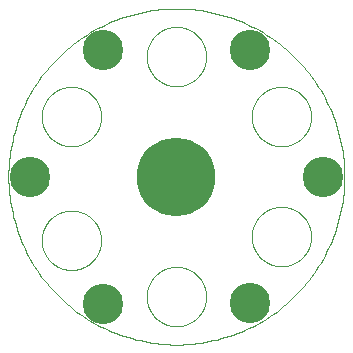
<source format=gbs>
G75*
%MOIN*%
%OFA0B0*%
%FSLAX25Y25*%
%IPPOS*%
%LPD*%
%AMOC8*
5,1,8,0,0,1.08239X$1,22.5*
%
%ADD10C,0.00010*%
%ADD11C,0.00016*%
%ADD12C,0.13461*%
%ADD13C,0.26200*%
%ADD14C,0.03775*%
D10*
X0044866Y0046528D02*
X0044869Y0046771D01*
X0044878Y0047014D01*
X0044893Y0047256D01*
X0044914Y0047498D01*
X0044940Y0047740D01*
X0044973Y0047981D01*
X0045012Y0048221D01*
X0045056Y0048459D01*
X0045107Y0048697D01*
X0045163Y0048934D01*
X0045225Y0049168D01*
X0045292Y0049402D01*
X0045366Y0049633D01*
X0045445Y0049863D01*
X0045529Y0050091D01*
X0045620Y0050317D01*
X0045715Y0050540D01*
X0045817Y0050761D01*
X0045923Y0050979D01*
X0046035Y0051195D01*
X0046152Y0051408D01*
X0046274Y0051618D01*
X0046402Y0051824D01*
X0046534Y0052028D01*
X0046672Y0052229D01*
X0046814Y0052425D01*
X0046961Y0052619D01*
X0047113Y0052808D01*
X0047270Y0052994D01*
X0047431Y0053176D01*
X0047596Y0053354D01*
X0047766Y0053528D01*
X0047940Y0053698D01*
X0048118Y0053863D01*
X0048300Y0054024D01*
X0048486Y0054181D01*
X0048675Y0054333D01*
X0048869Y0054480D01*
X0049065Y0054622D01*
X0049266Y0054760D01*
X0049470Y0054892D01*
X0049676Y0055020D01*
X0049886Y0055142D01*
X0050099Y0055259D01*
X0050315Y0055371D01*
X0050533Y0055477D01*
X0050754Y0055579D01*
X0050977Y0055674D01*
X0051203Y0055765D01*
X0051431Y0055849D01*
X0051661Y0055928D01*
X0051892Y0056002D01*
X0052126Y0056069D01*
X0052360Y0056131D01*
X0052597Y0056187D01*
X0052835Y0056238D01*
X0053073Y0056282D01*
X0053313Y0056321D01*
X0053554Y0056354D01*
X0053796Y0056380D01*
X0054038Y0056401D01*
X0054280Y0056416D01*
X0054523Y0056425D01*
X0054766Y0056428D01*
X0055009Y0056425D01*
X0055252Y0056416D01*
X0055494Y0056401D01*
X0055736Y0056380D01*
X0055978Y0056354D01*
X0056219Y0056321D01*
X0056459Y0056282D01*
X0056697Y0056238D01*
X0056935Y0056187D01*
X0057172Y0056131D01*
X0057406Y0056069D01*
X0057640Y0056002D01*
X0057871Y0055928D01*
X0058101Y0055849D01*
X0058329Y0055765D01*
X0058555Y0055674D01*
X0058778Y0055579D01*
X0058999Y0055477D01*
X0059217Y0055371D01*
X0059433Y0055259D01*
X0059646Y0055142D01*
X0059856Y0055020D01*
X0060062Y0054892D01*
X0060266Y0054760D01*
X0060467Y0054622D01*
X0060663Y0054480D01*
X0060857Y0054333D01*
X0061046Y0054181D01*
X0061232Y0054024D01*
X0061414Y0053863D01*
X0061592Y0053698D01*
X0061766Y0053528D01*
X0061936Y0053354D01*
X0062101Y0053176D01*
X0062262Y0052994D01*
X0062419Y0052808D01*
X0062571Y0052619D01*
X0062718Y0052425D01*
X0062860Y0052229D01*
X0062998Y0052028D01*
X0063130Y0051824D01*
X0063258Y0051618D01*
X0063380Y0051408D01*
X0063497Y0051195D01*
X0063609Y0050979D01*
X0063715Y0050761D01*
X0063817Y0050540D01*
X0063912Y0050317D01*
X0064003Y0050091D01*
X0064087Y0049863D01*
X0064166Y0049633D01*
X0064240Y0049402D01*
X0064307Y0049168D01*
X0064369Y0048934D01*
X0064425Y0048697D01*
X0064476Y0048459D01*
X0064520Y0048221D01*
X0064559Y0047981D01*
X0064592Y0047740D01*
X0064618Y0047498D01*
X0064639Y0047256D01*
X0064654Y0047014D01*
X0064663Y0046771D01*
X0064666Y0046528D01*
X0064663Y0046285D01*
X0064654Y0046042D01*
X0064639Y0045800D01*
X0064618Y0045558D01*
X0064592Y0045316D01*
X0064559Y0045075D01*
X0064520Y0044835D01*
X0064476Y0044597D01*
X0064425Y0044359D01*
X0064369Y0044122D01*
X0064307Y0043888D01*
X0064240Y0043654D01*
X0064166Y0043423D01*
X0064087Y0043193D01*
X0064003Y0042965D01*
X0063912Y0042739D01*
X0063817Y0042516D01*
X0063715Y0042295D01*
X0063609Y0042077D01*
X0063497Y0041861D01*
X0063380Y0041648D01*
X0063258Y0041438D01*
X0063130Y0041232D01*
X0062998Y0041028D01*
X0062860Y0040827D01*
X0062718Y0040631D01*
X0062571Y0040437D01*
X0062419Y0040248D01*
X0062262Y0040062D01*
X0062101Y0039880D01*
X0061936Y0039702D01*
X0061766Y0039528D01*
X0061592Y0039358D01*
X0061414Y0039193D01*
X0061232Y0039032D01*
X0061046Y0038875D01*
X0060857Y0038723D01*
X0060663Y0038576D01*
X0060467Y0038434D01*
X0060266Y0038296D01*
X0060062Y0038164D01*
X0059856Y0038036D01*
X0059646Y0037914D01*
X0059433Y0037797D01*
X0059217Y0037685D01*
X0058999Y0037579D01*
X0058778Y0037477D01*
X0058555Y0037382D01*
X0058329Y0037291D01*
X0058101Y0037207D01*
X0057871Y0037128D01*
X0057640Y0037054D01*
X0057406Y0036987D01*
X0057172Y0036925D01*
X0056935Y0036869D01*
X0056697Y0036818D01*
X0056459Y0036774D01*
X0056219Y0036735D01*
X0055978Y0036702D01*
X0055736Y0036676D01*
X0055494Y0036655D01*
X0055252Y0036640D01*
X0055009Y0036631D01*
X0054766Y0036628D01*
X0054523Y0036631D01*
X0054280Y0036640D01*
X0054038Y0036655D01*
X0053796Y0036676D01*
X0053554Y0036702D01*
X0053313Y0036735D01*
X0053073Y0036774D01*
X0052835Y0036818D01*
X0052597Y0036869D01*
X0052360Y0036925D01*
X0052126Y0036987D01*
X0051892Y0037054D01*
X0051661Y0037128D01*
X0051431Y0037207D01*
X0051203Y0037291D01*
X0050977Y0037382D01*
X0050754Y0037477D01*
X0050533Y0037579D01*
X0050315Y0037685D01*
X0050099Y0037797D01*
X0049886Y0037914D01*
X0049676Y0038036D01*
X0049470Y0038164D01*
X0049266Y0038296D01*
X0049065Y0038434D01*
X0048869Y0038576D01*
X0048675Y0038723D01*
X0048486Y0038875D01*
X0048300Y0039032D01*
X0048118Y0039193D01*
X0047940Y0039358D01*
X0047766Y0039528D01*
X0047596Y0039702D01*
X0047431Y0039880D01*
X0047270Y0040062D01*
X0047113Y0040248D01*
X0046961Y0040437D01*
X0046814Y0040631D01*
X0046672Y0040827D01*
X0046534Y0041028D01*
X0046402Y0041232D01*
X0046274Y0041438D01*
X0046152Y0041648D01*
X0046035Y0041861D01*
X0045923Y0042077D01*
X0045817Y0042295D01*
X0045715Y0042516D01*
X0045620Y0042739D01*
X0045529Y0042965D01*
X0045445Y0043193D01*
X0045366Y0043423D01*
X0045292Y0043654D01*
X0045225Y0043888D01*
X0045163Y0044122D01*
X0045107Y0044359D01*
X0045056Y0044597D01*
X0045012Y0044835D01*
X0044973Y0045075D01*
X0044940Y0045316D01*
X0044914Y0045558D01*
X0044893Y0045800D01*
X0044878Y0046042D01*
X0044869Y0046285D01*
X0044866Y0046528D01*
X0079866Y0027778D02*
X0079869Y0028021D01*
X0079878Y0028264D01*
X0079893Y0028506D01*
X0079914Y0028748D01*
X0079940Y0028990D01*
X0079973Y0029231D01*
X0080012Y0029471D01*
X0080056Y0029709D01*
X0080107Y0029947D01*
X0080163Y0030184D01*
X0080225Y0030418D01*
X0080292Y0030652D01*
X0080366Y0030883D01*
X0080445Y0031113D01*
X0080529Y0031341D01*
X0080620Y0031567D01*
X0080715Y0031790D01*
X0080817Y0032011D01*
X0080923Y0032229D01*
X0081035Y0032445D01*
X0081152Y0032658D01*
X0081274Y0032868D01*
X0081402Y0033074D01*
X0081534Y0033278D01*
X0081672Y0033479D01*
X0081814Y0033675D01*
X0081961Y0033869D01*
X0082113Y0034058D01*
X0082270Y0034244D01*
X0082431Y0034426D01*
X0082596Y0034604D01*
X0082766Y0034778D01*
X0082940Y0034948D01*
X0083118Y0035113D01*
X0083300Y0035274D01*
X0083486Y0035431D01*
X0083675Y0035583D01*
X0083869Y0035730D01*
X0084065Y0035872D01*
X0084266Y0036010D01*
X0084470Y0036142D01*
X0084676Y0036270D01*
X0084886Y0036392D01*
X0085099Y0036509D01*
X0085315Y0036621D01*
X0085533Y0036727D01*
X0085754Y0036829D01*
X0085977Y0036924D01*
X0086203Y0037015D01*
X0086431Y0037099D01*
X0086661Y0037178D01*
X0086892Y0037252D01*
X0087126Y0037319D01*
X0087360Y0037381D01*
X0087597Y0037437D01*
X0087835Y0037488D01*
X0088073Y0037532D01*
X0088313Y0037571D01*
X0088554Y0037604D01*
X0088796Y0037630D01*
X0089038Y0037651D01*
X0089280Y0037666D01*
X0089523Y0037675D01*
X0089766Y0037678D01*
X0090009Y0037675D01*
X0090252Y0037666D01*
X0090494Y0037651D01*
X0090736Y0037630D01*
X0090978Y0037604D01*
X0091219Y0037571D01*
X0091459Y0037532D01*
X0091697Y0037488D01*
X0091935Y0037437D01*
X0092172Y0037381D01*
X0092406Y0037319D01*
X0092640Y0037252D01*
X0092871Y0037178D01*
X0093101Y0037099D01*
X0093329Y0037015D01*
X0093555Y0036924D01*
X0093778Y0036829D01*
X0093999Y0036727D01*
X0094217Y0036621D01*
X0094433Y0036509D01*
X0094646Y0036392D01*
X0094856Y0036270D01*
X0095062Y0036142D01*
X0095266Y0036010D01*
X0095467Y0035872D01*
X0095663Y0035730D01*
X0095857Y0035583D01*
X0096046Y0035431D01*
X0096232Y0035274D01*
X0096414Y0035113D01*
X0096592Y0034948D01*
X0096766Y0034778D01*
X0096936Y0034604D01*
X0097101Y0034426D01*
X0097262Y0034244D01*
X0097419Y0034058D01*
X0097571Y0033869D01*
X0097718Y0033675D01*
X0097860Y0033479D01*
X0097998Y0033278D01*
X0098130Y0033074D01*
X0098258Y0032868D01*
X0098380Y0032658D01*
X0098497Y0032445D01*
X0098609Y0032229D01*
X0098715Y0032011D01*
X0098817Y0031790D01*
X0098912Y0031567D01*
X0099003Y0031341D01*
X0099087Y0031113D01*
X0099166Y0030883D01*
X0099240Y0030652D01*
X0099307Y0030418D01*
X0099369Y0030184D01*
X0099425Y0029947D01*
X0099476Y0029709D01*
X0099520Y0029471D01*
X0099559Y0029231D01*
X0099592Y0028990D01*
X0099618Y0028748D01*
X0099639Y0028506D01*
X0099654Y0028264D01*
X0099663Y0028021D01*
X0099666Y0027778D01*
X0099663Y0027535D01*
X0099654Y0027292D01*
X0099639Y0027050D01*
X0099618Y0026808D01*
X0099592Y0026566D01*
X0099559Y0026325D01*
X0099520Y0026085D01*
X0099476Y0025847D01*
X0099425Y0025609D01*
X0099369Y0025372D01*
X0099307Y0025138D01*
X0099240Y0024904D01*
X0099166Y0024673D01*
X0099087Y0024443D01*
X0099003Y0024215D01*
X0098912Y0023989D01*
X0098817Y0023766D01*
X0098715Y0023545D01*
X0098609Y0023327D01*
X0098497Y0023111D01*
X0098380Y0022898D01*
X0098258Y0022688D01*
X0098130Y0022482D01*
X0097998Y0022278D01*
X0097860Y0022077D01*
X0097718Y0021881D01*
X0097571Y0021687D01*
X0097419Y0021498D01*
X0097262Y0021312D01*
X0097101Y0021130D01*
X0096936Y0020952D01*
X0096766Y0020778D01*
X0096592Y0020608D01*
X0096414Y0020443D01*
X0096232Y0020282D01*
X0096046Y0020125D01*
X0095857Y0019973D01*
X0095663Y0019826D01*
X0095467Y0019684D01*
X0095266Y0019546D01*
X0095062Y0019414D01*
X0094856Y0019286D01*
X0094646Y0019164D01*
X0094433Y0019047D01*
X0094217Y0018935D01*
X0093999Y0018829D01*
X0093778Y0018727D01*
X0093555Y0018632D01*
X0093329Y0018541D01*
X0093101Y0018457D01*
X0092871Y0018378D01*
X0092640Y0018304D01*
X0092406Y0018237D01*
X0092172Y0018175D01*
X0091935Y0018119D01*
X0091697Y0018068D01*
X0091459Y0018024D01*
X0091219Y0017985D01*
X0090978Y0017952D01*
X0090736Y0017926D01*
X0090494Y0017905D01*
X0090252Y0017890D01*
X0090009Y0017881D01*
X0089766Y0017878D01*
X0089523Y0017881D01*
X0089280Y0017890D01*
X0089038Y0017905D01*
X0088796Y0017926D01*
X0088554Y0017952D01*
X0088313Y0017985D01*
X0088073Y0018024D01*
X0087835Y0018068D01*
X0087597Y0018119D01*
X0087360Y0018175D01*
X0087126Y0018237D01*
X0086892Y0018304D01*
X0086661Y0018378D01*
X0086431Y0018457D01*
X0086203Y0018541D01*
X0085977Y0018632D01*
X0085754Y0018727D01*
X0085533Y0018829D01*
X0085315Y0018935D01*
X0085099Y0019047D01*
X0084886Y0019164D01*
X0084676Y0019286D01*
X0084470Y0019414D01*
X0084266Y0019546D01*
X0084065Y0019684D01*
X0083869Y0019826D01*
X0083675Y0019973D01*
X0083486Y0020125D01*
X0083300Y0020282D01*
X0083118Y0020443D01*
X0082940Y0020608D01*
X0082766Y0020778D01*
X0082596Y0020952D01*
X0082431Y0021130D01*
X0082270Y0021312D01*
X0082113Y0021498D01*
X0081961Y0021687D01*
X0081814Y0021881D01*
X0081672Y0022077D01*
X0081534Y0022278D01*
X0081402Y0022482D01*
X0081274Y0022688D01*
X0081152Y0022898D01*
X0081035Y0023111D01*
X0080923Y0023327D01*
X0080817Y0023545D01*
X0080715Y0023766D01*
X0080620Y0023989D01*
X0080529Y0024215D01*
X0080445Y0024443D01*
X0080366Y0024673D01*
X0080292Y0024904D01*
X0080225Y0025138D01*
X0080163Y0025372D01*
X0080107Y0025609D01*
X0080056Y0025847D01*
X0080012Y0026085D01*
X0079973Y0026325D01*
X0079940Y0026566D01*
X0079914Y0026808D01*
X0079893Y0027050D01*
X0079878Y0027292D01*
X0079869Y0027535D01*
X0079866Y0027778D01*
X0114866Y0047778D02*
X0114869Y0048021D01*
X0114878Y0048264D01*
X0114893Y0048506D01*
X0114914Y0048748D01*
X0114940Y0048990D01*
X0114973Y0049231D01*
X0115012Y0049471D01*
X0115056Y0049709D01*
X0115107Y0049947D01*
X0115163Y0050184D01*
X0115225Y0050418D01*
X0115292Y0050652D01*
X0115366Y0050883D01*
X0115445Y0051113D01*
X0115529Y0051341D01*
X0115620Y0051567D01*
X0115715Y0051790D01*
X0115817Y0052011D01*
X0115923Y0052229D01*
X0116035Y0052445D01*
X0116152Y0052658D01*
X0116274Y0052868D01*
X0116402Y0053074D01*
X0116534Y0053278D01*
X0116672Y0053479D01*
X0116814Y0053675D01*
X0116961Y0053869D01*
X0117113Y0054058D01*
X0117270Y0054244D01*
X0117431Y0054426D01*
X0117596Y0054604D01*
X0117766Y0054778D01*
X0117940Y0054948D01*
X0118118Y0055113D01*
X0118300Y0055274D01*
X0118486Y0055431D01*
X0118675Y0055583D01*
X0118869Y0055730D01*
X0119065Y0055872D01*
X0119266Y0056010D01*
X0119470Y0056142D01*
X0119676Y0056270D01*
X0119886Y0056392D01*
X0120099Y0056509D01*
X0120315Y0056621D01*
X0120533Y0056727D01*
X0120754Y0056829D01*
X0120977Y0056924D01*
X0121203Y0057015D01*
X0121431Y0057099D01*
X0121661Y0057178D01*
X0121892Y0057252D01*
X0122126Y0057319D01*
X0122360Y0057381D01*
X0122597Y0057437D01*
X0122835Y0057488D01*
X0123073Y0057532D01*
X0123313Y0057571D01*
X0123554Y0057604D01*
X0123796Y0057630D01*
X0124038Y0057651D01*
X0124280Y0057666D01*
X0124523Y0057675D01*
X0124766Y0057678D01*
X0125009Y0057675D01*
X0125252Y0057666D01*
X0125494Y0057651D01*
X0125736Y0057630D01*
X0125978Y0057604D01*
X0126219Y0057571D01*
X0126459Y0057532D01*
X0126697Y0057488D01*
X0126935Y0057437D01*
X0127172Y0057381D01*
X0127406Y0057319D01*
X0127640Y0057252D01*
X0127871Y0057178D01*
X0128101Y0057099D01*
X0128329Y0057015D01*
X0128555Y0056924D01*
X0128778Y0056829D01*
X0128999Y0056727D01*
X0129217Y0056621D01*
X0129433Y0056509D01*
X0129646Y0056392D01*
X0129856Y0056270D01*
X0130062Y0056142D01*
X0130266Y0056010D01*
X0130467Y0055872D01*
X0130663Y0055730D01*
X0130857Y0055583D01*
X0131046Y0055431D01*
X0131232Y0055274D01*
X0131414Y0055113D01*
X0131592Y0054948D01*
X0131766Y0054778D01*
X0131936Y0054604D01*
X0132101Y0054426D01*
X0132262Y0054244D01*
X0132419Y0054058D01*
X0132571Y0053869D01*
X0132718Y0053675D01*
X0132860Y0053479D01*
X0132998Y0053278D01*
X0133130Y0053074D01*
X0133258Y0052868D01*
X0133380Y0052658D01*
X0133497Y0052445D01*
X0133609Y0052229D01*
X0133715Y0052011D01*
X0133817Y0051790D01*
X0133912Y0051567D01*
X0134003Y0051341D01*
X0134087Y0051113D01*
X0134166Y0050883D01*
X0134240Y0050652D01*
X0134307Y0050418D01*
X0134369Y0050184D01*
X0134425Y0049947D01*
X0134476Y0049709D01*
X0134520Y0049471D01*
X0134559Y0049231D01*
X0134592Y0048990D01*
X0134618Y0048748D01*
X0134639Y0048506D01*
X0134654Y0048264D01*
X0134663Y0048021D01*
X0134666Y0047778D01*
X0134663Y0047535D01*
X0134654Y0047292D01*
X0134639Y0047050D01*
X0134618Y0046808D01*
X0134592Y0046566D01*
X0134559Y0046325D01*
X0134520Y0046085D01*
X0134476Y0045847D01*
X0134425Y0045609D01*
X0134369Y0045372D01*
X0134307Y0045138D01*
X0134240Y0044904D01*
X0134166Y0044673D01*
X0134087Y0044443D01*
X0134003Y0044215D01*
X0133912Y0043989D01*
X0133817Y0043766D01*
X0133715Y0043545D01*
X0133609Y0043327D01*
X0133497Y0043111D01*
X0133380Y0042898D01*
X0133258Y0042688D01*
X0133130Y0042482D01*
X0132998Y0042278D01*
X0132860Y0042077D01*
X0132718Y0041881D01*
X0132571Y0041687D01*
X0132419Y0041498D01*
X0132262Y0041312D01*
X0132101Y0041130D01*
X0131936Y0040952D01*
X0131766Y0040778D01*
X0131592Y0040608D01*
X0131414Y0040443D01*
X0131232Y0040282D01*
X0131046Y0040125D01*
X0130857Y0039973D01*
X0130663Y0039826D01*
X0130467Y0039684D01*
X0130266Y0039546D01*
X0130062Y0039414D01*
X0129856Y0039286D01*
X0129646Y0039164D01*
X0129433Y0039047D01*
X0129217Y0038935D01*
X0128999Y0038829D01*
X0128778Y0038727D01*
X0128555Y0038632D01*
X0128329Y0038541D01*
X0128101Y0038457D01*
X0127871Y0038378D01*
X0127640Y0038304D01*
X0127406Y0038237D01*
X0127172Y0038175D01*
X0126935Y0038119D01*
X0126697Y0038068D01*
X0126459Y0038024D01*
X0126219Y0037985D01*
X0125978Y0037952D01*
X0125736Y0037926D01*
X0125494Y0037905D01*
X0125252Y0037890D01*
X0125009Y0037881D01*
X0124766Y0037878D01*
X0124523Y0037881D01*
X0124280Y0037890D01*
X0124038Y0037905D01*
X0123796Y0037926D01*
X0123554Y0037952D01*
X0123313Y0037985D01*
X0123073Y0038024D01*
X0122835Y0038068D01*
X0122597Y0038119D01*
X0122360Y0038175D01*
X0122126Y0038237D01*
X0121892Y0038304D01*
X0121661Y0038378D01*
X0121431Y0038457D01*
X0121203Y0038541D01*
X0120977Y0038632D01*
X0120754Y0038727D01*
X0120533Y0038829D01*
X0120315Y0038935D01*
X0120099Y0039047D01*
X0119886Y0039164D01*
X0119676Y0039286D01*
X0119470Y0039414D01*
X0119266Y0039546D01*
X0119065Y0039684D01*
X0118869Y0039826D01*
X0118675Y0039973D01*
X0118486Y0040125D01*
X0118300Y0040282D01*
X0118118Y0040443D01*
X0117940Y0040608D01*
X0117766Y0040778D01*
X0117596Y0040952D01*
X0117431Y0041130D01*
X0117270Y0041312D01*
X0117113Y0041498D01*
X0116961Y0041687D01*
X0116814Y0041881D01*
X0116672Y0042077D01*
X0116534Y0042278D01*
X0116402Y0042482D01*
X0116274Y0042688D01*
X0116152Y0042898D01*
X0116035Y0043111D01*
X0115923Y0043327D01*
X0115817Y0043545D01*
X0115715Y0043766D01*
X0115620Y0043989D01*
X0115529Y0044215D01*
X0115445Y0044443D01*
X0115366Y0044673D01*
X0115292Y0044904D01*
X0115225Y0045138D01*
X0115163Y0045372D01*
X0115107Y0045609D01*
X0115056Y0045847D01*
X0115012Y0046085D01*
X0114973Y0046325D01*
X0114940Y0046566D01*
X0114914Y0046808D01*
X0114893Y0047050D01*
X0114878Y0047292D01*
X0114869Y0047535D01*
X0114866Y0047778D01*
X0114866Y0087778D02*
X0114869Y0088021D01*
X0114878Y0088264D01*
X0114893Y0088506D01*
X0114914Y0088748D01*
X0114940Y0088990D01*
X0114973Y0089231D01*
X0115012Y0089471D01*
X0115056Y0089709D01*
X0115107Y0089947D01*
X0115163Y0090184D01*
X0115225Y0090418D01*
X0115292Y0090652D01*
X0115366Y0090883D01*
X0115445Y0091113D01*
X0115529Y0091341D01*
X0115620Y0091567D01*
X0115715Y0091790D01*
X0115817Y0092011D01*
X0115923Y0092229D01*
X0116035Y0092445D01*
X0116152Y0092658D01*
X0116274Y0092868D01*
X0116402Y0093074D01*
X0116534Y0093278D01*
X0116672Y0093479D01*
X0116814Y0093675D01*
X0116961Y0093869D01*
X0117113Y0094058D01*
X0117270Y0094244D01*
X0117431Y0094426D01*
X0117596Y0094604D01*
X0117766Y0094778D01*
X0117940Y0094948D01*
X0118118Y0095113D01*
X0118300Y0095274D01*
X0118486Y0095431D01*
X0118675Y0095583D01*
X0118869Y0095730D01*
X0119065Y0095872D01*
X0119266Y0096010D01*
X0119470Y0096142D01*
X0119676Y0096270D01*
X0119886Y0096392D01*
X0120099Y0096509D01*
X0120315Y0096621D01*
X0120533Y0096727D01*
X0120754Y0096829D01*
X0120977Y0096924D01*
X0121203Y0097015D01*
X0121431Y0097099D01*
X0121661Y0097178D01*
X0121892Y0097252D01*
X0122126Y0097319D01*
X0122360Y0097381D01*
X0122597Y0097437D01*
X0122835Y0097488D01*
X0123073Y0097532D01*
X0123313Y0097571D01*
X0123554Y0097604D01*
X0123796Y0097630D01*
X0124038Y0097651D01*
X0124280Y0097666D01*
X0124523Y0097675D01*
X0124766Y0097678D01*
X0125009Y0097675D01*
X0125252Y0097666D01*
X0125494Y0097651D01*
X0125736Y0097630D01*
X0125978Y0097604D01*
X0126219Y0097571D01*
X0126459Y0097532D01*
X0126697Y0097488D01*
X0126935Y0097437D01*
X0127172Y0097381D01*
X0127406Y0097319D01*
X0127640Y0097252D01*
X0127871Y0097178D01*
X0128101Y0097099D01*
X0128329Y0097015D01*
X0128555Y0096924D01*
X0128778Y0096829D01*
X0128999Y0096727D01*
X0129217Y0096621D01*
X0129433Y0096509D01*
X0129646Y0096392D01*
X0129856Y0096270D01*
X0130062Y0096142D01*
X0130266Y0096010D01*
X0130467Y0095872D01*
X0130663Y0095730D01*
X0130857Y0095583D01*
X0131046Y0095431D01*
X0131232Y0095274D01*
X0131414Y0095113D01*
X0131592Y0094948D01*
X0131766Y0094778D01*
X0131936Y0094604D01*
X0132101Y0094426D01*
X0132262Y0094244D01*
X0132419Y0094058D01*
X0132571Y0093869D01*
X0132718Y0093675D01*
X0132860Y0093479D01*
X0132998Y0093278D01*
X0133130Y0093074D01*
X0133258Y0092868D01*
X0133380Y0092658D01*
X0133497Y0092445D01*
X0133609Y0092229D01*
X0133715Y0092011D01*
X0133817Y0091790D01*
X0133912Y0091567D01*
X0134003Y0091341D01*
X0134087Y0091113D01*
X0134166Y0090883D01*
X0134240Y0090652D01*
X0134307Y0090418D01*
X0134369Y0090184D01*
X0134425Y0089947D01*
X0134476Y0089709D01*
X0134520Y0089471D01*
X0134559Y0089231D01*
X0134592Y0088990D01*
X0134618Y0088748D01*
X0134639Y0088506D01*
X0134654Y0088264D01*
X0134663Y0088021D01*
X0134666Y0087778D01*
X0134663Y0087535D01*
X0134654Y0087292D01*
X0134639Y0087050D01*
X0134618Y0086808D01*
X0134592Y0086566D01*
X0134559Y0086325D01*
X0134520Y0086085D01*
X0134476Y0085847D01*
X0134425Y0085609D01*
X0134369Y0085372D01*
X0134307Y0085138D01*
X0134240Y0084904D01*
X0134166Y0084673D01*
X0134087Y0084443D01*
X0134003Y0084215D01*
X0133912Y0083989D01*
X0133817Y0083766D01*
X0133715Y0083545D01*
X0133609Y0083327D01*
X0133497Y0083111D01*
X0133380Y0082898D01*
X0133258Y0082688D01*
X0133130Y0082482D01*
X0132998Y0082278D01*
X0132860Y0082077D01*
X0132718Y0081881D01*
X0132571Y0081687D01*
X0132419Y0081498D01*
X0132262Y0081312D01*
X0132101Y0081130D01*
X0131936Y0080952D01*
X0131766Y0080778D01*
X0131592Y0080608D01*
X0131414Y0080443D01*
X0131232Y0080282D01*
X0131046Y0080125D01*
X0130857Y0079973D01*
X0130663Y0079826D01*
X0130467Y0079684D01*
X0130266Y0079546D01*
X0130062Y0079414D01*
X0129856Y0079286D01*
X0129646Y0079164D01*
X0129433Y0079047D01*
X0129217Y0078935D01*
X0128999Y0078829D01*
X0128778Y0078727D01*
X0128555Y0078632D01*
X0128329Y0078541D01*
X0128101Y0078457D01*
X0127871Y0078378D01*
X0127640Y0078304D01*
X0127406Y0078237D01*
X0127172Y0078175D01*
X0126935Y0078119D01*
X0126697Y0078068D01*
X0126459Y0078024D01*
X0126219Y0077985D01*
X0125978Y0077952D01*
X0125736Y0077926D01*
X0125494Y0077905D01*
X0125252Y0077890D01*
X0125009Y0077881D01*
X0124766Y0077878D01*
X0124523Y0077881D01*
X0124280Y0077890D01*
X0124038Y0077905D01*
X0123796Y0077926D01*
X0123554Y0077952D01*
X0123313Y0077985D01*
X0123073Y0078024D01*
X0122835Y0078068D01*
X0122597Y0078119D01*
X0122360Y0078175D01*
X0122126Y0078237D01*
X0121892Y0078304D01*
X0121661Y0078378D01*
X0121431Y0078457D01*
X0121203Y0078541D01*
X0120977Y0078632D01*
X0120754Y0078727D01*
X0120533Y0078829D01*
X0120315Y0078935D01*
X0120099Y0079047D01*
X0119886Y0079164D01*
X0119676Y0079286D01*
X0119470Y0079414D01*
X0119266Y0079546D01*
X0119065Y0079684D01*
X0118869Y0079826D01*
X0118675Y0079973D01*
X0118486Y0080125D01*
X0118300Y0080282D01*
X0118118Y0080443D01*
X0117940Y0080608D01*
X0117766Y0080778D01*
X0117596Y0080952D01*
X0117431Y0081130D01*
X0117270Y0081312D01*
X0117113Y0081498D01*
X0116961Y0081687D01*
X0116814Y0081881D01*
X0116672Y0082077D01*
X0116534Y0082278D01*
X0116402Y0082482D01*
X0116274Y0082688D01*
X0116152Y0082898D01*
X0116035Y0083111D01*
X0115923Y0083327D01*
X0115817Y0083545D01*
X0115715Y0083766D01*
X0115620Y0083989D01*
X0115529Y0084215D01*
X0115445Y0084443D01*
X0115366Y0084673D01*
X0115292Y0084904D01*
X0115225Y0085138D01*
X0115163Y0085372D01*
X0115107Y0085609D01*
X0115056Y0085847D01*
X0115012Y0086085D01*
X0114973Y0086325D01*
X0114940Y0086566D01*
X0114914Y0086808D01*
X0114893Y0087050D01*
X0114878Y0087292D01*
X0114869Y0087535D01*
X0114866Y0087778D01*
X0079866Y0107778D02*
X0079869Y0108021D01*
X0079878Y0108264D01*
X0079893Y0108506D01*
X0079914Y0108748D01*
X0079940Y0108990D01*
X0079973Y0109231D01*
X0080012Y0109471D01*
X0080056Y0109709D01*
X0080107Y0109947D01*
X0080163Y0110184D01*
X0080225Y0110418D01*
X0080292Y0110652D01*
X0080366Y0110883D01*
X0080445Y0111113D01*
X0080529Y0111341D01*
X0080620Y0111567D01*
X0080715Y0111790D01*
X0080817Y0112011D01*
X0080923Y0112229D01*
X0081035Y0112445D01*
X0081152Y0112658D01*
X0081274Y0112868D01*
X0081402Y0113074D01*
X0081534Y0113278D01*
X0081672Y0113479D01*
X0081814Y0113675D01*
X0081961Y0113869D01*
X0082113Y0114058D01*
X0082270Y0114244D01*
X0082431Y0114426D01*
X0082596Y0114604D01*
X0082766Y0114778D01*
X0082940Y0114948D01*
X0083118Y0115113D01*
X0083300Y0115274D01*
X0083486Y0115431D01*
X0083675Y0115583D01*
X0083869Y0115730D01*
X0084065Y0115872D01*
X0084266Y0116010D01*
X0084470Y0116142D01*
X0084676Y0116270D01*
X0084886Y0116392D01*
X0085099Y0116509D01*
X0085315Y0116621D01*
X0085533Y0116727D01*
X0085754Y0116829D01*
X0085977Y0116924D01*
X0086203Y0117015D01*
X0086431Y0117099D01*
X0086661Y0117178D01*
X0086892Y0117252D01*
X0087126Y0117319D01*
X0087360Y0117381D01*
X0087597Y0117437D01*
X0087835Y0117488D01*
X0088073Y0117532D01*
X0088313Y0117571D01*
X0088554Y0117604D01*
X0088796Y0117630D01*
X0089038Y0117651D01*
X0089280Y0117666D01*
X0089523Y0117675D01*
X0089766Y0117678D01*
X0090009Y0117675D01*
X0090252Y0117666D01*
X0090494Y0117651D01*
X0090736Y0117630D01*
X0090978Y0117604D01*
X0091219Y0117571D01*
X0091459Y0117532D01*
X0091697Y0117488D01*
X0091935Y0117437D01*
X0092172Y0117381D01*
X0092406Y0117319D01*
X0092640Y0117252D01*
X0092871Y0117178D01*
X0093101Y0117099D01*
X0093329Y0117015D01*
X0093555Y0116924D01*
X0093778Y0116829D01*
X0093999Y0116727D01*
X0094217Y0116621D01*
X0094433Y0116509D01*
X0094646Y0116392D01*
X0094856Y0116270D01*
X0095062Y0116142D01*
X0095266Y0116010D01*
X0095467Y0115872D01*
X0095663Y0115730D01*
X0095857Y0115583D01*
X0096046Y0115431D01*
X0096232Y0115274D01*
X0096414Y0115113D01*
X0096592Y0114948D01*
X0096766Y0114778D01*
X0096936Y0114604D01*
X0097101Y0114426D01*
X0097262Y0114244D01*
X0097419Y0114058D01*
X0097571Y0113869D01*
X0097718Y0113675D01*
X0097860Y0113479D01*
X0097998Y0113278D01*
X0098130Y0113074D01*
X0098258Y0112868D01*
X0098380Y0112658D01*
X0098497Y0112445D01*
X0098609Y0112229D01*
X0098715Y0112011D01*
X0098817Y0111790D01*
X0098912Y0111567D01*
X0099003Y0111341D01*
X0099087Y0111113D01*
X0099166Y0110883D01*
X0099240Y0110652D01*
X0099307Y0110418D01*
X0099369Y0110184D01*
X0099425Y0109947D01*
X0099476Y0109709D01*
X0099520Y0109471D01*
X0099559Y0109231D01*
X0099592Y0108990D01*
X0099618Y0108748D01*
X0099639Y0108506D01*
X0099654Y0108264D01*
X0099663Y0108021D01*
X0099666Y0107778D01*
X0099663Y0107535D01*
X0099654Y0107292D01*
X0099639Y0107050D01*
X0099618Y0106808D01*
X0099592Y0106566D01*
X0099559Y0106325D01*
X0099520Y0106085D01*
X0099476Y0105847D01*
X0099425Y0105609D01*
X0099369Y0105372D01*
X0099307Y0105138D01*
X0099240Y0104904D01*
X0099166Y0104673D01*
X0099087Y0104443D01*
X0099003Y0104215D01*
X0098912Y0103989D01*
X0098817Y0103766D01*
X0098715Y0103545D01*
X0098609Y0103327D01*
X0098497Y0103111D01*
X0098380Y0102898D01*
X0098258Y0102688D01*
X0098130Y0102482D01*
X0097998Y0102278D01*
X0097860Y0102077D01*
X0097718Y0101881D01*
X0097571Y0101687D01*
X0097419Y0101498D01*
X0097262Y0101312D01*
X0097101Y0101130D01*
X0096936Y0100952D01*
X0096766Y0100778D01*
X0096592Y0100608D01*
X0096414Y0100443D01*
X0096232Y0100282D01*
X0096046Y0100125D01*
X0095857Y0099973D01*
X0095663Y0099826D01*
X0095467Y0099684D01*
X0095266Y0099546D01*
X0095062Y0099414D01*
X0094856Y0099286D01*
X0094646Y0099164D01*
X0094433Y0099047D01*
X0094217Y0098935D01*
X0093999Y0098829D01*
X0093778Y0098727D01*
X0093555Y0098632D01*
X0093329Y0098541D01*
X0093101Y0098457D01*
X0092871Y0098378D01*
X0092640Y0098304D01*
X0092406Y0098237D01*
X0092172Y0098175D01*
X0091935Y0098119D01*
X0091697Y0098068D01*
X0091459Y0098024D01*
X0091219Y0097985D01*
X0090978Y0097952D01*
X0090736Y0097926D01*
X0090494Y0097905D01*
X0090252Y0097890D01*
X0090009Y0097881D01*
X0089766Y0097878D01*
X0089523Y0097881D01*
X0089280Y0097890D01*
X0089038Y0097905D01*
X0088796Y0097926D01*
X0088554Y0097952D01*
X0088313Y0097985D01*
X0088073Y0098024D01*
X0087835Y0098068D01*
X0087597Y0098119D01*
X0087360Y0098175D01*
X0087126Y0098237D01*
X0086892Y0098304D01*
X0086661Y0098378D01*
X0086431Y0098457D01*
X0086203Y0098541D01*
X0085977Y0098632D01*
X0085754Y0098727D01*
X0085533Y0098829D01*
X0085315Y0098935D01*
X0085099Y0099047D01*
X0084886Y0099164D01*
X0084676Y0099286D01*
X0084470Y0099414D01*
X0084266Y0099546D01*
X0084065Y0099684D01*
X0083869Y0099826D01*
X0083675Y0099973D01*
X0083486Y0100125D01*
X0083300Y0100282D01*
X0083118Y0100443D01*
X0082940Y0100608D01*
X0082766Y0100778D01*
X0082596Y0100952D01*
X0082431Y0101130D01*
X0082270Y0101312D01*
X0082113Y0101498D01*
X0081961Y0101687D01*
X0081814Y0101881D01*
X0081672Y0102077D01*
X0081534Y0102278D01*
X0081402Y0102482D01*
X0081274Y0102688D01*
X0081152Y0102898D01*
X0081035Y0103111D01*
X0080923Y0103327D01*
X0080817Y0103545D01*
X0080715Y0103766D01*
X0080620Y0103989D01*
X0080529Y0104215D01*
X0080445Y0104443D01*
X0080366Y0104673D01*
X0080292Y0104904D01*
X0080225Y0105138D01*
X0080163Y0105372D01*
X0080107Y0105609D01*
X0080056Y0105847D01*
X0080012Y0106085D01*
X0079973Y0106325D01*
X0079940Y0106566D01*
X0079914Y0106808D01*
X0079893Y0107050D01*
X0079878Y0107292D01*
X0079869Y0107535D01*
X0079866Y0107778D01*
X0044866Y0087778D02*
X0044869Y0088021D01*
X0044878Y0088264D01*
X0044893Y0088506D01*
X0044914Y0088748D01*
X0044940Y0088990D01*
X0044973Y0089231D01*
X0045012Y0089471D01*
X0045056Y0089709D01*
X0045107Y0089947D01*
X0045163Y0090184D01*
X0045225Y0090418D01*
X0045292Y0090652D01*
X0045366Y0090883D01*
X0045445Y0091113D01*
X0045529Y0091341D01*
X0045620Y0091567D01*
X0045715Y0091790D01*
X0045817Y0092011D01*
X0045923Y0092229D01*
X0046035Y0092445D01*
X0046152Y0092658D01*
X0046274Y0092868D01*
X0046402Y0093074D01*
X0046534Y0093278D01*
X0046672Y0093479D01*
X0046814Y0093675D01*
X0046961Y0093869D01*
X0047113Y0094058D01*
X0047270Y0094244D01*
X0047431Y0094426D01*
X0047596Y0094604D01*
X0047766Y0094778D01*
X0047940Y0094948D01*
X0048118Y0095113D01*
X0048300Y0095274D01*
X0048486Y0095431D01*
X0048675Y0095583D01*
X0048869Y0095730D01*
X0049065Y0095872D01*
X0049266Y0096010D01*
X0049470Y0096142D01*
X0049676Y0096270D01*
X0049886Y0096392D01*
X0050099Y0096509D01*
X0050315Y0096621D01*
X0050533Y0096727D01*
X0050754Y0096829D01*
X0050977Y0096924D01*
X0051203Y0097015D01*
X0051431Y0097099D01*
X0051661Y0097178D01*
X0051892Y0097252D01*
X0052126Y0097319D01*
X0052360Y0097381D01*
X0052597Y0097437D01*
X0052835Y0097488D01*
X0053073Y0097532D01*
X0053313Y0097571D01*
X0053554Y0097604D01*
X0053796Y0097630D01*
X0054038Y0097651D01*
X0054280Y0097666D01*
X0054523Y0097675D01*
X0054766Y0097678D01*
X0055009Y0097675D01*
X0055252Y0097666D01*
X0055494Y0097651D01*
X0055736Y0097630D01*
X0055978Y0097604D01*
X0056219Y0097571D01*
X0056459Y0097532D01*
X0056697Y0097488D01*
X0056935Y0097437D01*
X0057172Y0097381D01*
X0057406Y0097319D01*
X0057640Y0097252D01*
X0057871Y0097178D01*
X0058101Y0097099D01*
X0058329Y0097015D01*
X0058555Y0096924D01*
X0058778Y0096829D01*
X0058999Y0096727D01*
X0059217Y0096621D01*
X0059433Y0096509D01*
X0059646Y0096392D01*
X0059856Y0096270D01*
X0060062Y0096142D01*
X0060266Y0096010D01*
X0060467Y0095872D01*
X0060663Y0095730D01*
X0060857Y0095583D01*
X0061046Y0095431D01*
X0061232Y0095274D01*
X0061414Y0095113D01*
X0061592Y0094948D01*
X0061766Y0094778D01*
X0061936Y0094604D01*
X0062101Y0094426D01*
X0062262Y0094244D01*
X0062419Y0094058D01*
X0062571Y0093869D01*
X0062718Y0093675D01*
X0062860Y0093479D01*
X0062998Y0093278D01*
X0063130Y0093074D01*
X0063258Y0092868D01*
X0063380Y0092658D01*
X0063497Y0092445D01*
X0063609Y0092229D01*
X0063715Y0092011D01*
X0063817Y0091790D01*
X0063912Y0091567D01*
X0064003Y0091341D01*
X0064087Y0091113D01*
X0064166Y0090883D01*
X0064240Y0090652D01*
X0064307Y0090418D01*
X0064369Y0090184D01*
X0064425Y0089947D01*
X0064476Y0089709D01*
X0064520Y0089471D01*
X0064559Y0089231D01*
X0064592Y0088990D01*
X0064618Y0088748D01*
X0064639Y0088506D01*
X0064654Y0088264D01*
X0064663Y0088021D01*
X0064666Y0087778D01*
X0064663Y0087535D01*
X0064654Y0087292D01*
X0064639Y0087050D01*
X0064618Y0086808D01*
X0064592Y0086566D01*
X0064559Y0086325D01*
X0064520Y0086085D01*
X0064476Y0085847D01*
X0064425Y0085609D01*
X0064369Y0085372D01*
X0064307Y0085138D01*
X0064240Y0084904D01*
X0064166Y0084673D01*
X0064087Y0084443D01*
X0064003Y0084215D01*
X0063912Y0083989D01*
X0063817Y0083766D01*
X0063715Y0083545D01*
X0063609Y0083327D01*
X0063497Y0083111D01*
X0063380Y0082898D01*
X0063258Y0082688D01*
X0063130Y0082482D01*
X0062998Y0082278D01*
X0062860Y0082077D01*
X0062718Y0081881D01*
X0062571Y0081687D01*
X0062419Y0081498D01*
X0062262Y0081312D01*
X0062101Y0081130D01*
X0061936Y0080952D01*
X0061766Y0080778D01*
X0061592Y0080608D01*
X0061414Y0080443D01*
X0061232Y0080282D01*
X0061046Y0080125D01*
X0060857Y0079973D01*
X0060663Y0079826D01*
X0060467Y0079684D01*
X0060266Y0079546D01*
X0060062Y0079414D01*
X0059856Y0079286D01*
X0059646Y0079164D01*
X0059433Y0079047D01*
X0059217Y0078935D01*
X0058999Y0078829D01*
X0058778Y0078727D01*
X0058555Y0078632D01*
X0058329Y0078541D01*
X0058101Y0078457D01*
X0057871Y0078378D01*
X0057640Y0078304D01*
X0057406Y0078237D01*
X0057172Y0078175D01*
X0056935Y0078119D01*
X0056697Y0078068D01*
X0056459Y0078024D01*
X0056219Y0077985D01*
X0055978Y0077952D01*
X0055736Y0077926D01*
X0055494Y0077905D01*
X0055252Y0077890D01*
X0055009Y0077881D01*
X0054766Y0077878D01*
X0054523Y0077881D01*
X0054280Y0077890D01*
X0054038Y0077905D01*
X0053796Y0077926D01*
X0053554Y0077952D01*
X0053313Y0077985D01*
X0053073Y0078024D01*
X0052835Y0078068D01*
X0052597Y0078119D01*
X0052360Y0078175D01*
X0052126Y0078237D01*
X0051892Y0078304D01*
X0051661Y0078378D01*
X0051431Y0078457D01*
X0051203Y0078541D01*
X0050977Y0078632D01*
X0050754Y0078727D01*
X0050533Y0078829D01*
X0050315Y0078935D01*
X0050099Y0079047D01*
X0049886Y0079164D01*
X0049676Y0079286D01*
X0049470Y0079414D01*
X0049266Y0079546D01*
X0049065Y0079684D01*
X0048869Y0079826D01*
X0048675Y0079973D01*
X0048486Y0080125D01*
X0048300Y0080282D01*
X0048118Y0080443D01*
X0047940Y0080608D01*
X0047766Y0080778D01*
X0047596Y0080952D01*
X0047431Y0081130D01*
X0047270Y0081312D01*
X0047113Y0081498D01*
X0046961Y0081687D01*
X0046814Y0081881D01*
X0046672Y0082077D01*
X0046534Y0082278D01*
X0046402Y0082482D01*
X0046274Y0082688D01*
X0046152Y0082898D01*
X0046035Y0083111D01*
X0045923Y0083327D01*
X0045817Y0083545D01*
X0045715Y0083766D01*
X0045620Y0083989D01*
X0045529Y0084215D01*
X0045445Y0084443D01*
X0045366Y0084673D01*
X0045292Y0084904D01*
X0045225Y0085138D01*
X0045163Y0085372D01*
X0045107Y0085609D01*
X0045056Y0085847D01*
X0045012Y0086085D01*
X0044973Y0086325D01*
X0044940Y0086566D01*
X0044914Y0086808D01*
X0044893Y0087050D01*
X0044878Y0087292D01*
X0044869Y0087535D01*
X0044866Y0087778D01*
D11*
X0033766Y0067778D02*
X0033783Y0069152D01*
X0033833Y0070526D01*
X0033918Y0071898D01*
X0034036Y0073267D01*
X0034187Y0074633D01*
X0034372Y0075995D01*
X0034590Y0077352D01*
X0034842Y0078703D01*
X0035127Y0080048D01*
X0035444Y0081385D01*
X0035795Y0082714D01*
X0036177Y0084034D01*
X0036592Y0085344D01*
X0037040Y0086644D01*
X0037518Y0087932D01*
X0038029Y0089208D01*
X0038570Y0090472D01*
X0039143Y0091721D01*
X0039745Y0092956D01*
X0040378Y0094176D01*
X0041041Y0095380D01*
X0041733Y0096568D01*
X0042454Y0097738D01*
X0043204Y0098890D01*
X0043981Y0100023D01*
X0044786Y0101137D01*
X0045619Y0102231D01*
X0046477Y0103304D01*
X0047362Y0104356D01*
X0048273Y0105385D01*
X0049208Y0106392D01*
X0050168Y0107376D01*
X0051152Y0108336D01*
X0052159Y0109271D01*
X0053188Y0110182D01*
X0054240Y0111067D01*
X0055313Y0111925D01*
X0056407Y0112758D01*
X0057521Y0113563D01*
X0058654Y0114340D01*
X0059806Y0115090D01*
X0060976Y0115811D01*
X0062164Y0116503D01*
X0063368Y0117166D01*
X0064588Y0117799D01*
X0065823Y0118401D01*
X0067072Y0118974D01*
X0068336Y0119515D01*
X0069612Y0120026D01*
X0070900Y0120504D01*
X0072200Y0120952D01*
X0073510Y0121367D01*
X0074830Y0121749D01*
X0076159Y0122100D01*
X0077496Y0122417D01*
X0078841Y0122702D01*
X0080192Y0122954D01*
X0081549Y0123172D01*
X0082911Y0123357D01*
X0084277Y0123508D01*
X0085646Y0123626D01*
X0087018Y0123711D01*
X0088392Y0123761D01*
X0089766Y0123778D01*
X0091140Y0123761D01*
X0092514Y0123711D01*
X0093886Y0123626D01*
X0095255Y0123508D01*
X0096621Y0123357D01*
X0097983Y0123172D01*
X0099340Y0122954D01*
X0100691Y0122702D01*
X0102036Y0122417D01*
X0103373Y0122100D01*
X0104702Y0121749D01*
X0106022Y0121367D01*
X0107332Y0120952D01*
X0108632Y0120504D01*
X0109920Y0120026D01*
X0111196Y0119515D01*
X0112460Y0118974D01*
X0113709Y0118401D01*
X0114944Y0117799D01*
X0116164Y0117166D01*
X0117368Y0116503D01*
X0118556Y0115811D01*
X0119726Y0115090D01*
X0120878Y0114340D01*
X0122011Y0113563D01*
X0123125Y0112758D01*
X0124219Y0111925D01*
X0125292Y0111067D01*
X0126344Y0110182D01*
X0127373Y0109271D01*
X0128380Y0108336D01*
X0129364Y0107376D01*
X0130324Y0106392D01*
X0131259Y0105385D01*
X0132170Y0104356D01*
X0133055Y0103304D01*
X0133913Y0102231D01*
X0134746Y0101137D01*
X0135551Y0100023D01*
X0136328Y0098890D01*
X0137078Y0097738D01*
X0137799Y0096568D01*
X0138491Y0095380D01*
X0139154Y0094176D01*
X0139787Y0092956D01*
X0140389Y0091721D01*
X0140962Y0090472D01*
X0141503Y0089208D01*
X0142014Y0087932D01*
X0142492Y0086644D01*
X0142940Y0085344D01*
X0143355Y0084034D01*
X0143737Y0082714D01*
X0144088Y0081385D01*
X0144405Y0080048D01*
X0144690Y0078703D01*
X0144942Y0077352D01*
X0145160Y0075995D01*
X0145345Y0074633D01*
X0145496Y0073267D01*
X0145614Y0071898D01*
X0145699Y0070526D01*
X0145749Y0069152D01*
X0145766Y0067778D01*
X0145749Y0066404D01*
X0145699Y0065030D01*
X0145614Y0063658D01*
X0145496Y0062289D01*
X0145345Y0060923D01*
X0145160Y0059561D01*
X0144942Y0058204D01*
X0144690Y0056853D01*
X0144405Y0055508D01*
X0144088Y0054171D01*
X0143737Y0052842D01*
X0143355Y0051522D01*
X0142940Y0050212D01*
X0142492Y0048912D01*
X0142014Y0047624D01*
X0141503Y0046348D01*
X0140962Y0045084D01*
X0140389Y0043835D01*
X0139787Y0042600D01*
X0139154Y0041380D01*
X0138491Y0040176D01*
X0137799Y0038988D01*
X0137078Y0037818D01*
X0136328Y0036666D01*
X0135551Y0035533D01*
X0134746Y0034419D01*
X0133913Y0033325D01*
X0133055Y0032252D01*
X0132170Y0031200D01*
X0131259Y0030171D01*
X0130324Y0029164D01*
X0129364Y0028180D01*
X0128380Y0027220D01*
X0127373Y0026285D01*
X0126344Y0025374D01*
X0125292Y0024489D01*
X0124219Y0023631D01*
X0123125Y0022798D01*
X0122011Y0021993D01*
X0120878Y0021216D01*
X0119726Y0020466D01*
X0118556Y0019745D01*
X0117368Y0019053D01*
X0116164Y0018390D01*
X0114944Y0017757D01*
X0113709Y0017155D01*
X0112460Y0016582D01*
X0111196Y0016041D01*
X0109920Y0015530D01*
X0108632Y0015052D01*
X0107332Y0014604D01*
X0106022Y0014189D01*
X0104702Y0013807D01*
X0103373Y0013456D01*
X0102036Y0013139D01*
X0100691Y0012854D01*
X0099340Y0012602D01*
X0097983Y0012384D01*
X0096621Y0012199D01*
X0095255Y0012048D01*
X0093886Y0011930D01*
X0092514Y0011845D01*
X0091140Y0011795D01*
X0089766Y0011778D01*
X0088392Y0011795D01*
X0087018Y0011845D01*
X0085646Y0011930D01*
X0084277Y0012048D01*
X0082911Y0012199D01*
X0081549Y0012384D01*
X0080192Y0012602D01*
X0078841Y0012854D01*
X0077496Y0013139D01*
X0076159Y0013456D01*
X0074830Y0013807D01*
X0073510Y0014189D01*
X0072200Y0014604D01*
X0070900Y0015052D01*
X0069612Y0015530D01*
X0068336Y0016041D01*
X0067072Y0016582D01*
X0065823Y0017155D01*
X0064588Y0017757D01*
X0063368Y0018390D01*
X0062164Y0019053D01*
X0060976Y0019745D01*
X0059806Y0020466D01*
X0058654Y0021216D01*
X0057521Y0021993D01*
X0056407Y0022798D01*
X0055313Y0023631D01*
X0054240Y0024489D01*
X0053188Y0025374D01*
X0052159Y0026285D01*
X0051152Y0027220D01*
X0050168Y0028180D01*
X0049208Y0029164D01*
X0048273Y0030171D01*
X0047362Y0031200D01*
X0046477Y0032252D01*
X0045619Y0033325D01*
X0044786Y0034419D01*
X0043981Y0035533D01*
X0043204Y0036666D01*
X0042454Y0037818D01*
X0041733Y0038988D01*
X0041041Y0040176D01*
X0040378Y0041380D01*
X0039745Y0042600D01*
X0039143Y0043835D01*
X0038570Y0045084D01*
X0038029Y0046348D01*
X0037518Y0047624D01*
X0037040Y0048912D01*
X0036592Y0050212D01*
X0036177Y0051522D01*
X0035795Y0052842D01*
X0035444Y0054171D01*
X0035127Y0055508D01*
X0034842Y0056853D01*
X0034590Y0058204D01*
X0034372Y0059561D01*
X0034187Y0060923D01*
X0034036Y0062289D01*
X0033918Y0063658D01*
X0033833Y0065030D01*
X0033783Y0066404D01*
X0033766Y0067778D01*
D12*
X0041016Y0067778D03*
X0065391Y0109965D03*
X0114141Y0109965D03*
X0138516Y0067778D03*
X0114141Y0025590D03*
X0065391Y0025278D03*
D13*
X0089766Y0067778D03*
D14*
X0096852Y0074471D03*
X0089766Y0077620D03*
X0082679Y0074471D03*
X0079923Y0067778D03*
X0082679Y0061085D03*
X0089766Y0057935D03*
X0096852Y0061085D03*
X0099608Y0067778D03*
M02*

</source>
